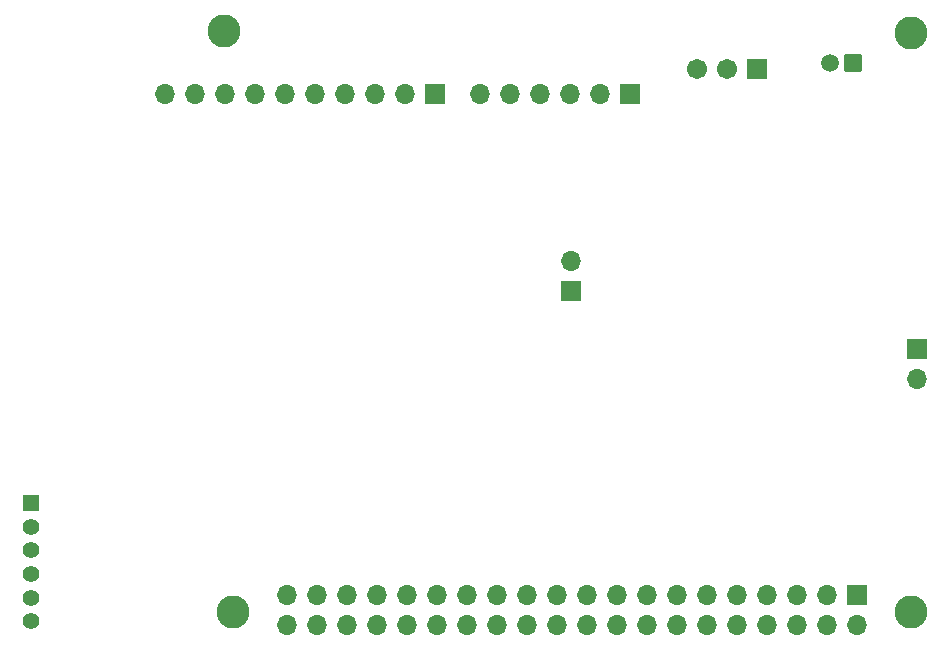
<source format=gbs>
%TF.GenerationSoftware,KiCad,Pcbnew,7.0.7*%
%TF.CreationDate,2024-08-03T11:40:47-04:00*%
%TF.ProjectId,mainbox1.0,6d61696e-626f-4783-912e-302e6b696361,rev?*%
%TF.SameCoordinates,Original*%
%TF.FileFunction,Soldermask,Bot*%
%TF.FilePolarity,Negative*%
%FSLAX46Y46*%
G04 Gerber Fmt 4.6, Leading zero omitted, Abs format (unit mm)*
G04 Created by KiCad (PCBNEW 7.0.7) date 2024-08-03 11:40:47*
%MOMM*%
%LPD*%
G01*
G04 APERTURE LIST*
G04 Aperture macros list*
%AMRoundRect*
0 Rectangle with rounded corners*
0 $1 Rounding radius*
0 $2 $3 $4 $5 $6 $7 $8 $9 X,Y pos of 4 corners*
0 Add a 4 corners polygon primitive as box body*
4,1,4,$2,$3,$4,$5,$6,$7,$8,$9,$2,$3,0*
0 Add four circle primitives for the rounded corners*
1,1,$1+$1,$2,$3*
1,1,$1+$1,$4,$5*
1,1,$1+$1,$6,$7*
1,1,$1+$1,$8,$9*
0 Add four rect primitives between the rounded corners*
20,1,$1+$1,$2,$3,$4,$5,0*
20,1,$1+$1,$4,$5,$6,$7,0*
20,1,$1+$1,$6,$7,$8,$9,0*
20,1,$1+$1,$8,$9,$2,$3,0*%
G04 Aperture macros list end*
%ADD10C,2.800000*%
%ADD11O,1.700000X1.700000*%
%ADD12R,1.700000X1.700000*%
%ADD13RoundRect,0.102000X0.654000X0.654000X-0.654000X0.654000X-0.654000X-0.654000X0.654000X-0.654000X0*%
%ADD14C,1.512000*%
%ADD15RoundRect,0.102000X0.754000X0.754000X-0.754000X0.754000X-0.754000X-0.754000X0.754000X-0.754000X0*%
%ADD16C,1.712000*%
%ADD17RoundRect,0.102000X-0.600000X0.600000X-0.600000X-0.600000X0.600000X-0.600000X0.600000X0.600000X0*%
%ADD18C,1.404000*%
G04 APERTURE END LIST*
D10*
%TO.C,H4*%
X167894000Y-53217000D03*
%TD*%
%TO.C,H3*%
X109728000Y-53090000D03*
%TD*%
%TO.C,H2*%
X110490000Y-102235000D03*
%TD*%
%TO.C,H1*%
X167894000Y-102239000D03*
%TD*%
D11*
%TO.C,J9*%
X131445000Y-58420000D03*
X133985000Y-58420000D03*
X136525000Y-58420000D03*
X139065000Y-58420000D03*
X141605000Y-58420000D03*
D12*
X144145000Y-58420000D03*
%TD*%
D11*
%TO.C,J8*%
X104775000Y-58420000D03*
X107315000Y-58420000D03*
X109855000Y-58420000D03*
X112395000Y-58420000D03*
X114935000Y-58420000D03*
X117475000Y-58420000D03*
X120015000Y-58420000D03*
X122555000Y-58420000D03*
X125095000Y-58420000D03*
D12*
X127635000Y-58420000D03*
%TD*%
%TO.C,J12*%
X163322000Y-100838000D03*
D11*
X163322000Y-103378000D03*
X160782000Y-100838000D03*
X160782000Y-103378000D03*
X158242000Y-100838000D03*
X158242000Y-103378000D03*
X155702000Y-100838000D03*
X155702000Y-103378000D03*
X153162000Y-100838000D03*
X153162000Y-103378000D03*
X150622000Y-100838000D03*
X150622000Y-103378000D03*
X148082000Y-100838000D03*
X148082000Y-103378000D03*
X145542000Y-100838000D03*
X145542000Y-103378000D03*
X143002000Y-100838000D03*
X143002000Y-103378000D03*
X140462000Y-100838000D03*
X140462000Y-103378000D03*
X137922000Y-100838000D03*
X137922000Y-103378000D03*
X135382000Y-100838000D03*
X135382000Y-103378000D03*
X132842000Y-100838000D03*
X132842000Y-103378000D03*
X130302000Y-100838000D03*
X130302000Y-103378000D03*
X127762000Y-100838000D03*
X127762000Y-103378000D03*
X125222000Y-100838000D03*
X125222000Y-103378000D03*
X122682000Y-100838000D03*
X122682000Y-103378000D03*
X120142000Y-100838000D03*
X120142000Y-103378000D03*
X117602000Y-100838000D03*
X117602000Y-103378000D03*
X115062000Y-100838000D03*
X115062000Y-103378000D03*
%TD*%
D12*
%TO.C,J6*%
X168402000Y-80005000D03*
D11*
X168402000Y-82545000D03*
%TD*%
D13*
%TO.C,J5*%
X163001200Y-55755700D03*
D14*
X161001200Y-55755700D03*
%TD*%
D15*
%TO.C,PS1*%
X154863800Y-56286400D03*
D16*
X152323800Y-56286400D03*
X149783800Y-56286400D03*
%TD*%
D17*
%TO.C,J7*%
X93382000Y-93023500D03*
D18*
X93382000Y-95023500D03*
X93382000Y-97023500D03*
X93382000Y-99023500D03*
X93382000Y-101023500D03*
X93382000Y-103023500D03*
%TD*%
D12*
%TO.C,J4*%
X139115800Y-75057000D03*
D11*
X139115800Y-72517000D03*
%TD*%
M02*

</source>
